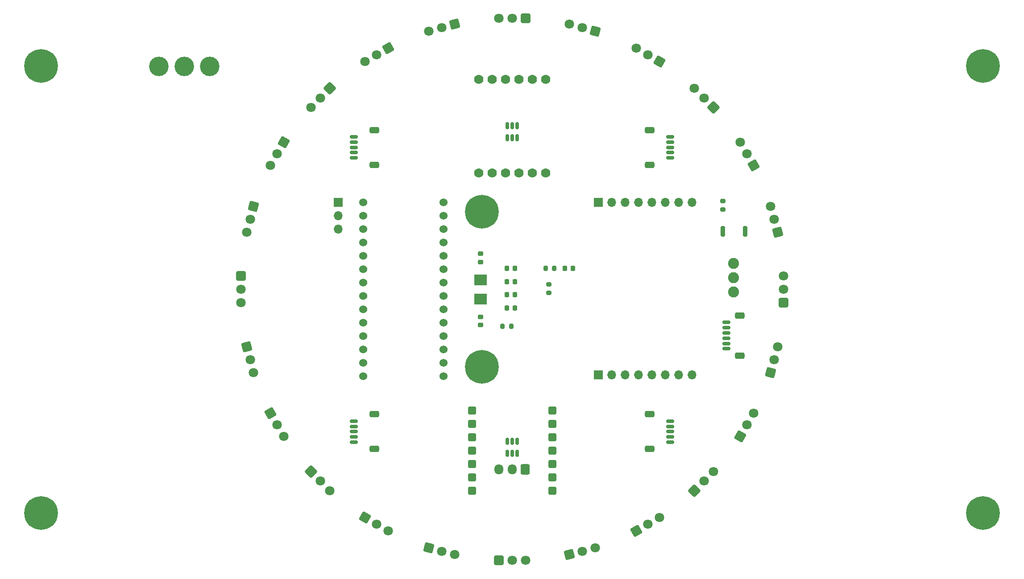
<source format=gts>
G04 #@! TF.GenerationSoftware,KiCad,Pcbnew,7.0.9*
G04 #@! TF.CreationDate,2024-02-22T22:00:58+08:00*
G04 #@! TF.ProjectId,layer3,6c617965-7233-42e6-9b69-6361645f7063,0.1*
G04 #@! TF.SameCoordinates,Original*
G04 #@! TF.FileFunction,Soldermask,Top*
G04 #@! TF.FilePolarity,Negative*
%FSLAX46Y46*%
G04 Gerber Fmt 4.6, Leading zero omitted, Abs format (unit mm)*
G04 Created by KiCad (PCBNEW 7.0.9) date 2024-02-22 22:00:58*
%MOMM*%
%LPD*%
G01*
G04 APERTURE LIST*
G04 Aperture macros list*
%AMRoundRect*
0 Rectangle with rounded corners*
0 $1 Rounding radius*
0 $2 $3 $4 $5 $6 $7 $8 $9 X,Y pos of 4 corners*
0 Add a 4 corners polygon primitive as box body*
4,1,4,$2,$3,$4,$5,$6,$7,$8,$9,$2,$3,0*
0 Add four circle primitives for the rounded corners*
1,1,$1+$1,$2,$3*
1,1,$1+$1,$4,$5*
1,1,$1+$1,$6,$7*
1,1,$1+$1,$8,$9*
0 Add four rect primitives between the rounded corners*
20,1,$1+$1,$2,$3,$4,$5,0*
20,1,$1+$1,$4,$5,$6,$7,0*
20,1,$1+$1,$6,$7,$8,$9,0*
20,1,$1+$1,$8,$9,$2,$3,0*%
G04 Aperture macros list end*
%ADD10RoundRect,0.250200X0.887643X0.237843X-0.237843X0.887643X-0.887643X-0.237843X0.237843X-0.887643X0*%
%ADD11C,1.800000*%
%ADD12RoundRect,0.250200X0.649800X-0.649800X0.649800X0.649800X-0.649800X0.649800X-0.649800X-0.649800X0*%
%ADD13R,1.700000X1.700000*%
%ADD14O,1.700000X1.700000*%
%ADD15RoundRect,0.218750X0.218750X0.256250X-0.218750X0.256250X-0.218750X-0.256250X0.218750X-0.256250X0*%
%ADD16C,6.400000*%
%ADD17RoundRect,0.250200X-0.795839X0.459478X-0.459478X-0.795839X0.795839X-0.459478X0.459478X0.795839X0*%
%ADD18RoundRect,0.250200X0.887643X-0.237843X0.237843X0.887643X-0.887643X0.237843X-0.237843X-0.887643X0*%
%ADD19RoundRect,0.150000X-0.600000X-0.600000X0.600000X-0.600000X0.600000X0.600000X-0.600000X0.600000X0*%
%ADD20RoundRect,0.150000X0.600000X0.600000X-0.600000X0.600000X-0.600000X-0.600000X0.600000X-0.600000X0*%
%ADD21C,2.082800*%
%ADD22RoundRect,0.225000X-0.225000X-0.250000X0.225000X-0.250000X0.225000X0.250000X-0.225000X0.250000X0*%
%ADD23RoundRect,0.250200X0.459478X-0.795839X0.795839X0.459478X-0.459478X0.795839X-0.795839X-0.459478X0*%
%ADD24RoundRect,0.250200X-0.237843X0.887643X-0.887643X-0.237843X0.237843X-0.887643X0.887643X0.237843X0*%
%ADD25RoundRect,0.225000X-0.250000X0.225000X-0.250000X-0.225000X0.250000X-0.225000X0.250000X0.225000X0*%
%ADD26RoundRect,0.250200X0.795839X0.459478X-0.459478X0.795839X-0.795839X-0.459478X0.459478X-0.795839X0*%
%ADD27C,1.530000*%
%ADD28RoundRect,0.250200X-0.649800X0.649800X-0.649800X-0.649800X0.649800X-0.649800X0.649800X0.649800X0*%
%ADD29RoundRect,0.150000X0.150000X-0.512500X0.150000X0.512500X-0.150000X0.512500X-0.150000X-0.512500X0*%
%ADD30RoundRect,0.200000X-0.200000X-0.275000X0.200000X-0.275000X0.200000X0.275000X-0.200000X0.275000X0*%
%ADD31RoundRect,0.250200X0.000000X-0.918956X0.918956X0.000000X0.000000X0.918956X-0.918956X0.000000X0*%
%ADD32RoundRect,0.250200X0.649800X0.649800X-0.649800X0.649800X-0.649800X-0.649800X0.649800X-0.649800X0*%
%ADD33C,1.778000*%
%ADD34RoundRect,0.250200X-0.237843X-0.887643X0.887643X-0.237843X0.237843X0.887643X-0.887643X0.237843X0*%
%ADD35RoundRect,0.250200X-0.887643X-0.237843X0.237843X-0.887643X0.887643X0.237843X-0.237843X0.887643X0*%
%ADD36RoundRect,0.250200X0.237843X-0.887643X0.887643X0.237843X-0.237843X0.887643X-0.887643X-0.237843X0*%
%ADD37RoundRect,0.250200X0.459478X0.795839X-0.795839X0.459478X-0.459478X-0.795839X0.795839X-0.459478X0*%
%ADD38RoundRect,0.250200X-0.459478X-0.795839X0.795839X-0.459478X0.459478X0.795839X-0.795839X0.459478X0*%
%ADD39RoundRect,0.150000X0.625000X-0.150000X0.625000X0.150000X-0.625000X0.150000X-0.625000X-0.150000X0*%
%ADD40RoundRect,0.250000X0.650000X-0.350000X0.650000X0.350000X-0.650000X0.350000X-0.650000X-0.350000X0*%
%ADD41RoundRect,0.250200X-0.887643X0.237843X-0.237843X-0.887643X0.887643X-0.237843X0.237843X0.887643X0*%
%ADD42RoundRect,0.250200X0.000000X0.918956X-0.918956X0.000000X0.000000X-0.918956X0.918956X0.000000X0*%
%ADD43RoundRect,0.250200X0.918956X0.000000X0.000000X0.918956X-0.918956X0.000000X0.000000X-0.918956X0*%
%ADD44RoundRect,0.225000X0.250000X-0.225000X0.250000X0.225000X-0.250000X0.225000X-0.250000X-0.225000X0*%
%ADD45RoundRect,0.250200X-0.795839X-0.459478X0.459478X-0.795839X0.795839X0.459478X-0.459478X0.795839X0*%
%ADD46RoundRect,0.200000X-0.200000X-0.800000X0.200000X-0.800000X0.200000X0.800000X-0.200000X0.800000X0*%
%ADD47C,3.703200*%
%ADD48R,2.400000X2.000000*%
%ADD49C,0.800000*%
%ADD50RoundRect,0.250200X0.237843X0.887643X-0.887643X0.237843X-0.237843X-0.887643X0.887643X-0.237843X0*%
%ADD51RoundRect,0.200000X-0.275000X0.200000X-0.275000X-0.200000X0.275000X-0.200000X0.275000X0.200000X0*%
%ADD52RoundRect,0.150000X-0.625000X0.150000X-0.625000X-0.150000X0.625000X-0.150000X0.625000X0.150000X0*%
%ADD53RoundRect,0.250000X-0.650000X0.350000X-0.650000X-0.350000X0.650000X-0.350000X0.650000X0.350000X0*%
%ADD54RoundRect,0.250200X-0.459478X0.795839X-0.795839X-0.459478X0.459478X-0.795839X0.795839X0.459478X0*%
%ADD55RoundRect,0.250200X-0.649800X-0.649800X0.649800X-0.649800X0.649800X0.649800X-0.649800X0.649800X0*%
%ADD56RoundRect,0.250200X-0.918956X0.000000X0.000000X-0.918956X0.918956X0.000000X0.000000X0.918956X0*%
%ADD57RoundRect,0.250200X0.795839X-0.459478X0.459478X0.795839X-0.795839X0.459478X-0.459478X-0.795839X0*%
%ADD58RoundRect,0.250000X0.600000X0.725000X-0.600000X0.725000X-0.600000X-0.725000X0.600000X-0.725000X0*%
%ADD59O,1.700000X1.950000*%
G04 APERTURE END LIST*
D10*
X132937205Y-61691342D03*
D11*
X130737500Y-60421342D03*
X128537795Y-59151342D03*
D12*
X156475000Y-107540000D03*
D11*
X156475000Y-105000000D03*
X156475000Y-102460000D03*
D13*
X72000000Y-88475000D03*
D14*
X72000000Y-91015000D03*
X72000000Y-93555000D03*
D15*
X116575000Y-101000000D03*
X115000000Y-101000000D03*
D16*
X194350700Y-62573168D03*
D17*
X54621568Y-115869258D03*
D11*
X55278968Y-118322710D03*
X55936368Y-120776162D03*
D16*
X15649300Y-147426832D03*
D18*
X150848658Y-81462205D03*
D11*
X149578658Y-79262500D03*
X148308658Y-77062795D03*
D19*
X112620000Y-143240000D03*
X112620000Y-140700000D03*
X112620000Y-138160000D03*
X112620000Y-135620000D03*
X112620000Y-133080000D03*
X112620000Y-130540000D03*
X112620000Y-128000000D03*
D20*
X97380000Y-128000000D03*
X97380000Y-130540000D03*
X97380000Y-133080000D03*
X97380000Y-135620000D03*
X97380000Y-138160000D03*
X97380000Y-140700000D03*
X97380000Y-143240000D03*
D21*
X147000000Y-100037919D03*
X147000000Y-102755719D03*
X147000000Y-105473519D03*
D22*
X104000000Y-100980000D03*
X105550000Y-100980000D03*
D23*
X154063632Y-120776162D03*
D11*
X154721032Y-118322710D03*
X155378432Y-115869258D03*
D24*
X61691342Y-77062795D03*
D11*
X60421342Y-79262500D03*
X59151342Y-81462205D03*
D25*
X99000000Y-98225000D03*
X99000000Y-99775000D03*
D26*
X120776162Y-55936368D03*
D11*
X118322710Y-55278968D03*
X115869258Y-54621568D03*
D27*
X76760000Y-91030000D03*
X76760000Y-93570000D03*
X76760000Y-96110000D03*
X76760000Y-98650000D03*
X92000000Y-93570000D03*
X76760000Y-101190000D03*
X76760000Y-103730000D03*
X76760000Y-106270000D03*
X76760000Y-108810000D03*
X76760000Y-111350000D03*
X76760000Y-113890000D03*
X76760000Y-116430000D03*
X76760000Y-118970000D03*
X76760000Y-121510000D03*
X92000000Y-121510000D03*
X92000000Y-118970000D03*
X92000000Y-116430000D03*
X92000000Y-113890000D03*
X92000000Y-111350000D03*
X92000000Y-108810000D03*
X92000000Y-106270000D03*
X92000000Y-103730000D03*
X92000000Y-101190000D03*
X92000000Y-98650000D03*
X92000000Y-96110000D03*
X76760000Y-88490000D03*
X92000000Y-91030000D03*
X92000000Y-88490000D03*
D16*
X194350700Y-147426832D03*
D22*
X104000000Y-103490000D03*
X105550000Y-103490000D03*
D28*
X53525000Y-102460000D03*
D11*
X53525000Y-105000000D03*
X53525000Y-107540000D03*
D29*
X104050000Y-76137500D03*
X105000000Y-76137500D03*
X105950000Y-76137500D03*
X105950000Y-73862500D03*
X105000000Y-73862500D03*
X104050000Y-73862500D03*
D30*
X103175000Y-112000000D03*
X104825000Y-112000000D03*
D31*
X139602271Y-143194373D03*
D11*
X141398322Y-141398322D03*
X143194373Y-139602271D03*
D22*
X104000000Y-106000000D03*
X105550000Y-106000000D03*
D16*
X15649300Y-62573168D03*
D32*
X107540000Y-53525000D03*
D11*
X105000000Y-53525000D03*
X102460000Y-53525000D03*
D33*
X98650000Y-82890000D03*
X101190000Y-82890000D03*
X103730000Y-82890000D03*
X106270000Y-82890000D03*
X108810000Y-82890000D03*
X111350000Y-82890000D03*
X98650000Y-65110000D03*
X101190000Y-65110000D03*
X103730000Y-65110000D03*
X106270000Y-65110000D03*
X108810000Y-65110000D03*
X111350000Y-65110000D03*
D34*
X128537795Y-150848658D03*
D11*
X130737500Y-149578658D03*
X132937205Y-148308658D03*
D35*
X77062795Y-148308658D03*
D11*
X79262500Y-149578658D03*
X81462205Y-150848658D03*
D36*
X148308658Y-132937205D03*
D11*
X149578658Y-130737500D03*
X150848658Y-128537795D03*
D37*
X94130742Y-54621568D03*
D11*
X91677290Y-55278968D03*
X89223838Y-55936368D03*
D38*
X115869258Y-155378432D03*
D11*
X118322710Y-154721032D03*
X120776162Y-154063632D03*
D29*
X104050000Y-136137500D03*
X105000000Y-136137500D03*
X105950000Y-136137500D03*
X105950000Y-133862500D03*
X105000000Y-133862500D03*
X104050000Y-133862500D03*
D39*
X75000000Y-134000000D03*
X75000000Y-133000000D03*
X75000000Y-132000000D03*
X75000000Y-131000000D03*
X75000000Y-130000000D03*
D40*
X78875000Y-135300000D03*
X78875000Y-128700000D03*
D41*
X59151342Y-128537795D03*
D11*
X60421342Y-130737500D03*
X61691342Y-132937205D03*
D42*
X70397729Y-66805627D03*
D11*
X68601678Y-68601678D03*
X66805627Y-70397729D03*
D43*
X143194373Y-70397729D03*
D11*
X141398322Y-68601678D03*
X139602271Y-66805627D03*
D44*
X99000000Y-111775000D03*
X99000000Y-110225000D03*
D45*
X89223838Y-154063632D03*
D11*
X91677290Y-154721032D03*
X94130742Y-155378432D03*
D46*
X145000000Y-93979436D03*
X149200000Y-93979436D03*
D47*
X47600000Y-62600000D03*
X42800000Y-62600000D03*
X38000000Y-62600000D03*
D48*
X99000000Y-103150000D03*
X99000000Y-106850000D03*
D49*
X99285000Y-122132000D03*
X97587944Y-121429056D03*
X100982056Y-121429056D03*
X96885000Y-119732000D03*
D16*
X99285000Y-119732000D03*
D49*
X101685000Y-119732000D03*
X97587944Y-118034944D03*
X100982056Y-118034944D03*
X99285000Y-117332000D03*
X99285000Y-92668000D03*
X97587944Y-91965056D03*
X100982056Y-91965056D03*
X96885000Y-90268000D03*
D16*
X99285000Y-90268000D03*
D49*
X101685000Y-90268000D03*
X97587944Y-88570944D03*
X100982056Y-88570944D03*
X99285000Y-87868000D03*
D13*
X121383000Y-121256000D03*
D14*
X123923000Y-121256000D03*
X126463000Y-121256000D03*
X129003000Y-121256000D03*
X131543000Y-121256000D03*
X134083000Y-121256000D03*
X136623000Y-121256000D03*
X139163000Y-121256000D03*
X139163000Y-88490000D03*
X136623000Y-88490000D03*
X134083000Y-88490000D03*
X131543000Y-88490000D03*
X129003000Y-88490000D03*
X126463000Y-88490000D03*
X123923000Y-88490000D03*
D13*
X121383000Y-88490000D03*
D50*
X81462205Y-59151342D03*
D11*
X79262500Y-60421342D03*
X77062795Y-61691342D03*
D51*
X145000000Y-88175000D03*
X145000000Y-89825000D03*
D52*
X135000000Y-76000000D03*
X135000000Y-77000000D03*
X135000000Y-78000000D03*
X135000000Y-79000000D03*
X135000000Y-80000000D03*
D53*
X131125000Y-74700000D03*
X131125000Y-81300000D03*
D22*
X104000000Y-108510000D03*
X105550000Y-108510000D03*
D54*
X55936368Y-89223838D03*
D11*
X55278968Y-91677290D03*
X54621568Y-94130742D03*
D51*
X112000000Y-104000000D03*
X112000000Y-105650000D03*
D55*
X102460000Y-156475000D03*
D11*
X105000000Y-156475000D03*
X107540000Y-156475000D03*
D56*
X66805627Y-139602271D03*
D11*
X68601678Y-141398322D03*
X70397729Y-143194373D03*
D39*
X75000000Y-80000000D03*
X75000000Y-79000000D03*
X75000000Y-78000000D03*
X75000000Y-77000000D03*
X75000000Y-76000000D03*
D40*
X78875000Y-81300000D03*
X78875000Y-74700000D03*
D30*
X111350000Y-101000000D03*
X113000000Y-101000000D03*
D57*
X155378432Y-94130742D03*
D11*
X154721032Y-91677290D03*
X154063632Y-89223838D03*
D52*
X135000000Y-130000000D03*
X135000000Y-131000000D03*
X135000000Y-132000000D03*
X135000000Y-133000000D03*
X135000000Y-134000000D03*
D53*
X131125000Y-128700000D03*
X131125000Y-135300000D03*
D52*
X145675000Y-111255719D03*
X145675000Y-112255719D03*
X145675000Y-113255719D03*
X145675000Y-114255719D03*
X145675000Y-115255719D03*
X145675000Y-116255719D03*
D53*
X148200000Y-109955719D03*
X148200000Y-117555719D03*
D58*
X107500000Y-139200000D03*
D59*
X105000000Y-139200000D03*
X102500000Y-139200000D03*
M02*

</source>
